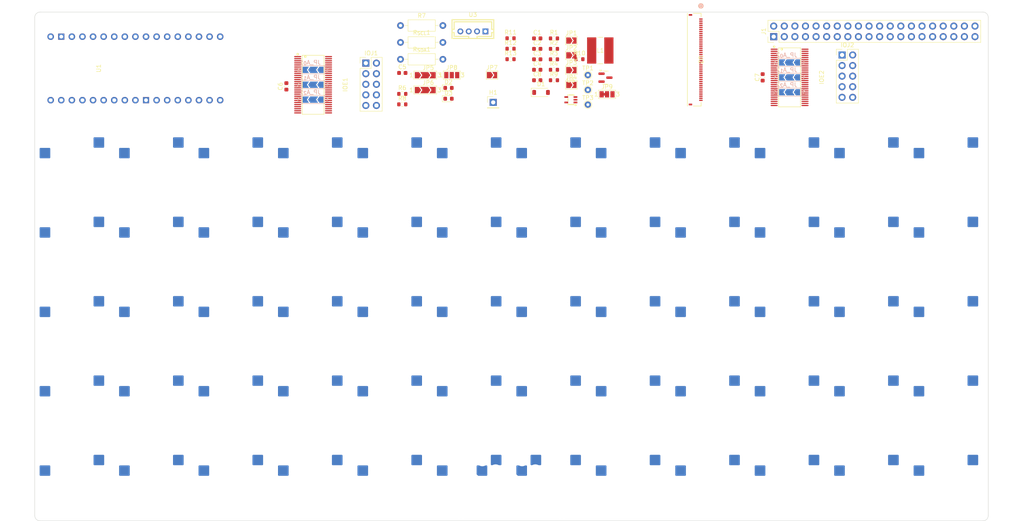
<source format=kicad_pcb>
(kicad_pcb
	(version 20241229)
	(generator "pcbnew")
	(generator_version "9.0")
	(general
		(thickness 1.6)
		(legacy_teardrops no)
	)
	(paper "A4")
	(layers
		(0 "F.Cu" signal)
		(4 "In1.Cu" signal)
		(6 "In2.Cu" signal)
		(2 "B.Cu" signal)
		(9 "F.Adhes" user "F.Adhesive")
		(11 "B.Adhes" user "B.Adhesive")
		(13 "F.Paste" user)
		(15 "B.Paste" user)
		(5 "F.SilkS" user "F.Silkscreen")
		(7 "B.SilkS" user "B.Silkscreen")
		(1 "F.Mask" user)
		(3 "B.Mask" user)
		(17 "Dwgs.User" user "User.Drawings")
		(19 "Cmts.User" user "User.Comments")
		(21 "Eco1.User" user "User.Eco1")
		(23 "Eco2.User" user "User.Eco2")
		(25 "Edge.Cuts" user)
		(27 "Margin" user)
		(31 "F.CrtYd" user "F.Courtyard")
		(29 "B.CrtYd" user "B.Courtyard")
		(35 "F.Fab" user)
		(33 "B.Fab" user)
		(39 "User.1" user)
		(41 "User.2" user)
		(43 "User.3" user)
		(45 "User.4" user)
		(47 "User.5" user)
		(49 "User.6" user)
		(51 "User.7" user)
		(53 "User.8" user)
		(55 "User.9" user)
	)
	(setup
		(stackup
			(layer "F.SilkS"
				(type "Top Silk Screen")
			)
			(layer "F.Paste"
				(type "Top Solder Paste")
			)
			(layer "F.Mask"
				(type "Top Solder Mask")
				(thickness 0.01)
			)
			(layer "F.Cu"
				(type "copper")
				(thickness 0.035)
			)
			(layer "dielectric 1"
				(type "prepreg")
				(thickness 0.1)
				(material "FR4")
				(epsilon_r 4.5)
				(loss_tangent 0.02)
			)
			(layer "In1.Cu"
				(type "copper")
				(thickness 0.035)
			)
			(layer "dielectric 2"
				(type "core")
				(thickness 1.24)
				(material "FR4")
				(epsilon_r 4.5)
				(loss_tangent 0.02)
			)
			(layer "In2.Cu"
				(type "copper")
				(thickness 0.035)
			)
			(layer "dielectric 3"
				(type "prepreg")
				(thickness 0.1)
				(material "FR4")
				(epsilon_r 4.5)
				(loss_tangent 0.02)
			)
			(layer "B.Cu"
				(type "copper")
				(thickness 0.035)
			)
			(layer "B.Mask"
				(type "Bottom Solder Mask")
				(thickness 0.01)
			)
			(layer "B.Paste"
				(type "Bottom Solder Paste")
			)
			(layer "B.SilkS"
				(type "Bottom Silk Screen")
			)
			(copper_finish "HAL lead-free")
			(dielectric_constraints no)
		)
		(pad_to_mask_clearance 0)
		(allow_soldermask_bridges_in_footprints no)
		(tenting front back)
		(pcbplotparams
			(layerselection 0x00000000_00000000_55555555_5755f5ff)
			(plot_on_all_layers_selection 0x00000000_00000000_00000000_00000000)
			(disableapertmacros no)
			(usegerberextensions no)
			(usegerberattributes yes)
			(usegerberadvancedattributes yes)
			(creategerberjobfile yes)
			(dashed_line_dash_ratio 12.000000)
			(dashed_line_gap_ratio 3.000000)
			(svgprecision 4)
			(plotframeref no)
			(mode 1)
			(useauxorigin no)
			(hpglpennumber 1)
			(hpglpenspeed 20)
			(hpglpendiameter 15.000000)
			(pdf_front_fp_property_popups yes)
			(pdf_back_fp_property_popups yes)
			(pdf_metadata yes)
			(pdf_single_document no)
			(dxfpolygonmode yes)
			(dxfimperialunits yes)
			(dxfusepcbnewfont yes)
			(psnegative no)
			(psa4output no)
			(plot_black_and_white yes)
			(sketchpadsonfab no)
			(plotpadnumbers no)
			(hidednponfab no)
			(sketchdnponfab yes)
			(crossoutdnponfab yes)
			(subtractmaskfromsilk no)
			(outputformat 1)
			(mirror no)
			(drillshape 1)
			(scaleselection 1)
			(outputdirectory "")
		)
	)
	(net 0 "")
	(net 1 "Net-(JP9-C)")
	(net 2 "/LEDA_{TFT}")
	(net 3 "/LEDK_{TFT}")
	(net 4 "+3.3V")
	(net 5 "+5V")
	(net 6 "Net-(D1-A)")
	(net 7 "Net-(D2-A)")
	(net 8 "~{RST}")
	(net 9 "/~{RST_{TFT{slash}TP}}")
	(net 10 "/CS_{SPI{slash}TFT}")
	(net 11 "/Switch Matrix Left Half/SWPIN_{4,2}")
	(net 12 "/Switch Matrix Left Half/SWPIN_{0,2}")
	(net 13 "/Switch Matrix Left Half/SWPIN_{1,7}")
	(net 14 "/Switch Matrix Left Half/SWPIN_{3,7}")
	(net 15 "/Switch Matrix Left Half/SWPIN_{4,6}")
	(net 16 "/Switch Matrix Left Half/SWPIN_{3,5}")
	(net 17 "/Switch Matrix Left Half/SWPIN_{4,0}")
	(net 18 "/Switch Matrix Left Half/SWPIN_{2,1}")
	(net 19 "/Switch Matrix Left Half/SWPIN_{0,6}")
	(net 20 "/INT_{LR}")
	(net 21 "/Switch Matrix Left Half/SWPIN_{2,0}")
	(net 22 "/Switch Matrix Left Half/SWPIN_{1,2}")
	(net 23 "/Switch Matrix Left Half/SWPIN_{0,7}")
	(net 24 "/Switch Matrix Left Half/SWPIN_{0,4}")
	(net 25 "/Switch Matrix Left Half/SWPIN_{1,5}")
	(net 26 "/Switch Matrix Left Half/SWPIN_{2,2}")
	(net 27 "/Switch Matrix Left Half/SWPIN_{3,3}")
	(net 28 "/Switch Matrix Left Half/SWPIN_{4,3}")
	(net 29 "Net-(IOE1-A2)")
	(net 30 "/Switch Matrix Left Half/SWPIN_{2,6}")
	(net 31 "/Switch Matrix Left Half/SWPIN_{3,0}")
	(net 32 "/Switch Matrix Left Half/SWPIN_{4,7}")
	(net 33 "/Switch Matrix Left Half/SWPIN_{1,0}")
	(net 34 "Net-(IOE1-A0)")
	(net 35 "/Switch Matrix Left Half/SWPIN_{1,3}")
	(net 36 "/Switch Matrix Left Half/SWPIN_{1,4}")
	(net 37 "/Switch Matrix Left Half/SWPIN_{2,4}")
	(net 38 "/Switch Matrix Left Half/SWPIN_{2,5}")
	(net 39 "Net-(IOE1-A1)")
	(net 40 "/Switch Matrix Left Half/SWPIN_{3,1}")
	(net 41 "SCL")
	(net 42 "/Switch Matrix Left Half/SWPIN_{4,4}")
	(net 43 "/Switch Matrix Left Half/SWPIN_{0,0}")
	(net 44 "/Switch Matrix Left Half/SWPIN_{4,5}")
	(net 45 "/Switch Matrix Left Half/SWPIN_{3,6}")
	(net 46 "/Switch Matrix Left Half/SWPIN_{4,1}")
	(net 47 "/Switch Matrix Left Half/SWPIN_{1,1}")
	(net 48 "/Switch Matrix Left Half/SWPIN_{3,4}")
	(net 49 "/Switch Matrix Left Half/SWPIN_{0,3}")
	(net 50 "/Switch Matrix Left Half/SWPIN_{1,6}")
	(net 51 "/Switch Matrix Left Half/SWPIN_{2,7}")
	(net 52 "/Switch Matrix Left Half/SWPIN_{3,2}")
	(net 53 "SDA")
	(net 54 "/Switch Matrix Left Half/SWPIN_{2,3}")
	(net 55 "/Switch Matrix Left Half/SWPIN_{0,5}")
	(net 56 "/Switch Matrix Left Half/SWPIN_{0,1}")
	(net 57 "/Switch Matrix Right Half/SWPIN_{1,6}")
	(net 58 "/Switch Matrix Right Half/SWPIN_{4,4}")
	(net 59 "/Switch Matrix Right Half/SWPIN_{3,4}")
	(net 60 "Net-(IOE2-A0)")
	(net 61 "/Switch Matrix Right Half/SWPIN_{1,0}")
	(net 62 "/Switch Matrix Right Half/SWPIN_{2,3}")
	(net 63 "/Switch Matrix Right Half/SWPIN_{3,6}")
	(net 64 "Net-(IOE2-A1)")
	(net 65 "/Switch Matrix Right Half/SWPIN_{3,0}")
	(net 66 "/Switch Matrix Right Half/SWPIN_{0,2}")
	(net 67 "/Switch Matrix Right Half/SWPIN_{3,2}")
	(net 68 "/Switch Matrix Right Half/SWPIN_{1,3}")
	(net 69 "/Switch Matrix Right Half/SWPIN_{4,6}")
	(net 70 "/Switch Matrix Right Half/SWPIN_{2,4}")
	(net 71 "/Switch Matrix Right Half/SWPIN_{2,6}")
	(net 72 "/Switch Matrix Right Half/SWPIN_{1,4}")
	(net 73 "/Switch Matrix Right Half/SWPIN_{3,7}")
	(net 74 "/Switch Matrix Right Half/SWPIN_{3,5}")
	(net 75 "/Switch Matrix Right Half/SWPIN_{2,5}")
	(net 76 "/Switch Matrix Right Half/SWPIN_{4,5}")
	(net 77 "/Switch Matrix Right Half/SWPIN_{2,0}")
	(net 78 "unconnected-(U1-VBAT-Pad1)")
	(net 79 "/Switch Matrix Right Half/SWPIN_{4,0}")
	(net 80 "GND")
	(net 81 "/Switch Matrix Right Half/SWPIN_{1,2}")
	(net 82 "/Switch Matrix Right Half/SWPIN_{0,3}")
	(net 83 "/Switch Matrix Right Half/SWPIN_{0,7}")
	(net 84 "Net-(IOE2-A2)")
	(net 85 "/Switch Matrix Right Half/SWPIN_{2,2}")
	(net 86 "/Switch Matrix Right Half/SWPIN_{0,1}")
	(net 87 "/Switch Matrix Right Half/SWPIN_{0,4}")
	(net 88 "/Switch Matrix Right Half/SWPIN_{4,7}")
	(net 89 "/Switch Matrix Right Half/SWPIN_{0,0}")
	(net 90 "/Switch Matrix Right Half/SWPIN_{4,3}")
	(net 91 "/Switch Matrix Right Half/SWPIN_{2,7}")
	(net 92 "/Switch Matrix Right Half/SWPIN_{1,1}")
	(net 93 "/Switch Matrix Right Half/SWPIN_{0,5}")
	(net 94 "/Switch Matrix Right Half/SWPIN_{4,2}")
	(net 95 "/Switch Matrix Right Half/SWPIN_{0,6}")
	(net 96 "/Switch Matrix Right Half/SWPIN_{3,1}")
	(net 97 "/G5")
	(net 98 "/Switch Matrix Right Half/SWPIN_{2,1}")
	(net 99 "/Switch Matrix Right Half/SWPIN_{1,7}")
	(net 100 "/Switch Matrix Right Half/SWPIN_{4,1}")
	(net 101 "/Switch Matrix Right Half/SWPIN_{1,5}")
	(net 102 "/R1")
	(net 103 "/R5")
	(net 104 "/B1")
	(net 105 "/G2")
	(net 106 "/Switch Matrix Right Half/SWPIN_{3,3}")
	(net 107 "/SCK_{SPI}")
	(net 108 "/HSYNC_{TFT}")
	(net 109 "/B4")
	(net 110 "/G4")
	(net 111 "/MOSI_{SPI}")
	(net 112 "/IM0")
	(net 113 "+3.3V_{LDO2}")
	(net 114 "/G3")
	(net 115 "/DE_{TFT}")
	(net 116 "/IM1")
	(net 117 "/G1")
	(net 118 "/B2")
	(net 119 "/G0")
	(net 120 "/INT_{TP}")
	(net 121 "/R3")
	(net 122 "Net-(J1-Pin_12)")
	(net 123 "/R2")
	(net 124 "/VSYNC_{TFT}")
	(net 125 "Net-(JP1-A)")
	(net 126 "/B5")
	(net 127 "Net-(JP2-A)")
	(net 128 "/R4")
	(net 129 "Net-(JP3-A)")
	(net 130 "Net-(JP4-A)")
	(net 131 "/B3")
	(net 132 "/INT_{TP}{slash}~{RST_{TFT{slash}TP}}")
	(net 133 "Net-(JP9-A)")
	(net 134 "Net-(Q1-G)")
	(net 135 "/PCLK_{TFT}")
	(net 136 "/BGPWM_{TFT}")
	(net 137 "Net-(R10-Pad1)")
	(net 138 "Net-(R11-Pad2)")
	(net 139 "Net-(R13-Pad2)")
	(net 140 "Net-(R11-Pad1)")
	(footprint "easyeda2kicad:TSSOP-56_L14.0-W6.1-P0.50-LS8.1-BL" (layer "F.Cu") (at 207.01 54.215 -90))
	(footprint "easyeda2kicad:TSSOP-56_L14.0-W6.1-P0.50-LS8.1-BL" (layer "F.Cu") (at 92.77 55.99 -90))
	(footprint "Resistor_SMD:R_0603_1608Metric" (layer "F.Cu") (at 140.105 49.855))
	(footprint "Project_Library:CONN_F3311A7H121040E200_AMP" (layer "F.Cu") (at 184.15 49.975 -90))
	(footprint "easyeda2kicad:CONN-TH_B4B-PH-K-LF-SN" (layer "F.Cu") (at 131.08 43.18))
	(footprint "Capacitor_SMD:C_0603_1608Metric" (layer "F.Cu") (at 146.505 44.865))
	(footprint "Resistor_SMD:R_0603_1608Metric" (layer "F.Cu") (at 150.515 52.395))
	(footprint "TestPoint:TestPoint_THTPad_D1.5mm_Drill0.7mm" (layer "F.Cu") (at 158.645 53.665))
	(footprint "Resistor_THT:R_Axial_DIN0207_L6.3mm_D2.5mm_P10.16mm_Horizontal" (layer "F.Cu") (at 113.72 41.78))
	(footprint "Resistor_SMD:R_0603_1608Metric" (layer "F.Cu") (at 114.15 58.18))
	(footprint "Connector_PinHeader_2.54mm:PinHeader_2x05_P2.54mm_Vertical" (layer "F.Cu") (at 105.41 50.8))
	(footprint "Project_Library:IND_BOURNS_SRR5028" (layer "F.Cu") (at 161.62 47.77))
	(footprint "UnexpectedMaker:ProS3_TH" (layer "F.Cu") (at 50.165 52.05 90))
	(footprint "Diode_SMD:D_SOD-123" (layer "F.Cu") (at 147.42 57.835))
	(footprint "Resistor_SMD:R_0603_1608Metric" (layer "F.Cu") (at 140.105 44.835))
	(footprint "Resistor_SMD:R_0603_1608Metric" (layer "F.Cu") (at 150.515 44.865))
	(footprint "Connector_PinHeader_2.54mm:PinHeader_1x01_P2.54mm_Vertical" (layer "F.Cu") (at 135.945 60.22))
	(footprint "Resistor_SMD:R_0603_1608Metric" (layer "F.Cu") (at 114.15 60.69))
	(footprint "Jumper:SolderJumper-2_P1.3mm_Open_TrianglePad1.0x1.5mm" (layer "F.Cu") (at 154.695 45.385))
	(footprint "Jumper:SolderJumper-2_P1.3mm_Open_TrianglePad1.0x1.5mm" (layer "F.Cu") (at 154.695 48.935))
	(footprint "Capacitor_SMD:C_0603_1608Metric" (layer "F.Cu") (at 200.55 54.215 90))
	(footprint "Resistor_THT:R_Axial_DIN0207_L6.3mm_D2.5mm_P10.16mm_Horizontal" (layer "F.Cu") (at 113.72 45.83))
	(footprint "PCM_JLCPCB:Q_SOT-23" (layer "F.Cu") (at 162.865 54.29))
	(footprint "Jumper:SolderJumper-3_P1.3mm_Open_Pad1.0x1.5mm_NumberLabels" (layer "F.Cu") (at 126.01 53.68))
	(footprint "Jumper:SolderJumper-2_P1.3mm_Open_TrianglePad1.0x1.5mm" (layer "F.Cu") (at 154.695 52.485))
	(footprint "Resistor_SMD:R_0603_1608Metric" (layer "F.Cu") (at 150.515 49.885))
	(footprint "Jumper:SolderJumper-2_P1.3mm_Open_TrianglePad1.0x1.5mm" (layer "F.Cu") (at 154.695 56.035))
	(footprint "Diode_SMD:D_0603_1608Metric" (layer "F.Cu") (at 125.23 56.75))
	(footprint "Resistor_SMD:R_0603_1608Metric" (layer "F.Cu") (at 150.515 47.375))
	(footprint "Capacitor_SMD:C_0603_1608Metric" (layer "F.Cu") (at 146.505 54.905))
	(footprint "Resistor_SMD:R_0603_1608Metric" (layer "F.Cu") (at 156.615 49.855))
	(footprint "Capacitor_SMD:C_0603_1608Metric" (layer "F.Cu") (at 146.505 52.395))
	(footprint "Resistor_SMD:R_0603_1608Metric"
		(layer "F.Cu")
		(uuid "acaade1e-2484-4356-9b0f-732dc44b68fa")
		(at 140.105 47.345)
		(descr "Resistor SMD 0603 (1608 Metric), square (rectangular) end terminal, IPC-7351 nominal, (Body size source: IPC-SM-782 page 72, https://www.pcb-3d.com/wordpress/wp-content/uploads/ipc-sm-782a_amendment_1_and_2.pdf), generated with kicad-footprint-generator")
		(tags "resistor")
		(property "Reference" "R12"
			(at 0 -1.43 0)
			(layer "F.SilkS")
			(u
... [574186 chars truncated]
</source>
